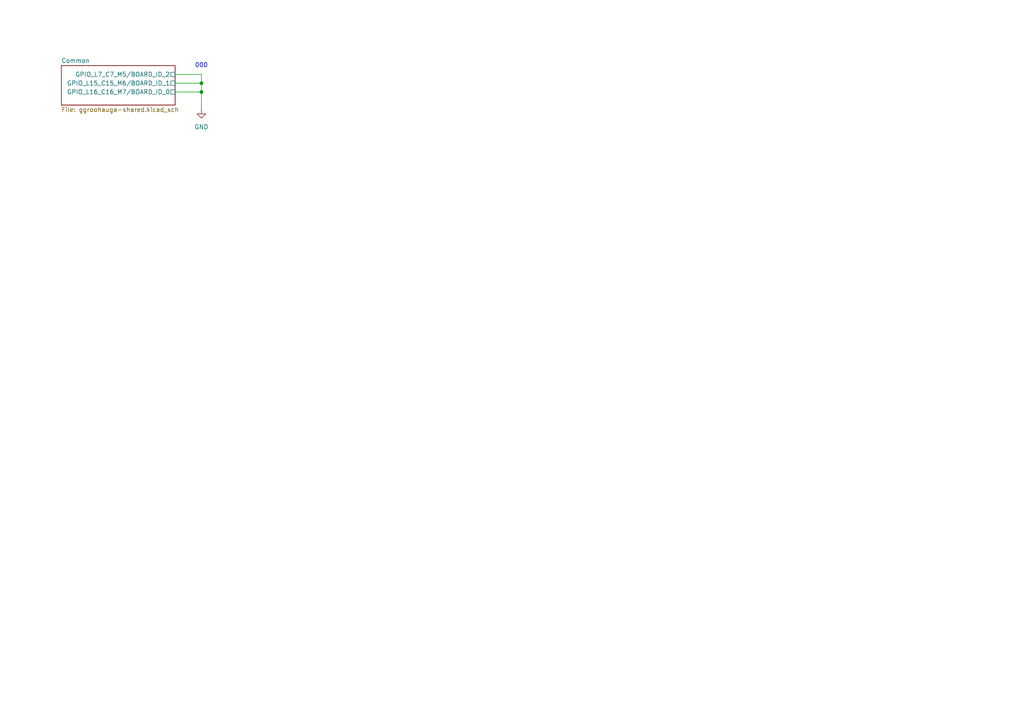
<source format=kicad_sch>
(kicad_sch (version 20250114) (generator "eeschema") (generator_version "9.0")
  (paper "A4")
  (lib_symbols
    (symbol "power:GND" (power) (pin_numbers (hide yes)) (pin_names (offset 0) (hide yes))
      (property "Value" "GND" (at 0 -3.81 0))
      (symbol "GND_0_1"
        (polyline (pts (xy 0 0) (xy 0 -1.27) (xy 1.27 -1.27) (xy 0 -2.54) (xy -1.27 -1.27) (xy 0 -1.27)))
      )
      (symbol "GND_1_1"
        (pin power_in line (at 0 0 270) (length 0) (name "~") (number "1"))
      )
    )
  )
  (text "000" (at 58.42 19.05 0) (effects (font (size 1.27 1.27))))
  (junction (at 58.42 24.13))
  (junction (at 58.42 26.67))
  (wire (pts (xy 50.8 26.67) (xy 58.42 26.67)))
  (wire (pts (xy 50.8 24.13) (xy 58.42 24.13)))
  (wire (pts (xy 58.42 26.67) (xy 58.42 31.75)))
  (wire (pts (xy 58.42 21.59) (xy 58.42 24.13)))
  (wire (pts (xy 58.42 24.13) (xy 58.42 26.67)))
  (wire (pts (xy 50.8 21.59) (xy 58.42 21.59)))
  (symbol (lib_id "power:GND") (at 58.42 31.75 0) (unit 1)
    (property "Reference" "#PWR011" (effects (hide yes)))
    (property "Value" "GND" (at 58.42 36.83 0))
    (property "Description" "Power symbol creates a global label with name \"GND\" , ground" (effects (hide yes)))
  )
  (sheet (at 17.78 19.05) (size 33.02 11.43) (stroke (width 0.1524))
    (property "Sheetname" "Common" (at 17.78 18.3384 0) (effects (justify left bottom)))
    (property "Sheetfile" "ggroohauga-shared.kicad_sch" (at 17.78 31.0646 0) (effects (justify left top)))
    (pin "GPIO_L7_C7_M5{slash}BOARD_ID_2" passive (at 50.8 21.59 0))
    (pin "GPIO_L15_C15_M6{slash}BOARD_ID_1" passive (at 50.8 24.13 0))
    (pin "GPIO_L16_C16_M7{slash}BOARD_ID_0" passive (at 50.8 26.67 0))
  )
)
</source>
